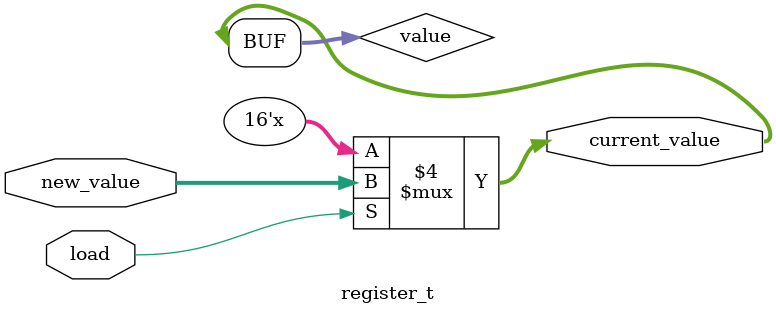
<source format=v>
module register_t(
    input load,
    input signed [15:0] new_value,

    output signed [15:0] current_value
    );
    
reg signed [15:0] value;

initial begin
    value = 0;
end

always @ (*) begin
	if (load) begin
	    value <= new_value;
	end

	else begin
		value <= value;
	end
end

assign current_value = value;

endmodule

</source>
